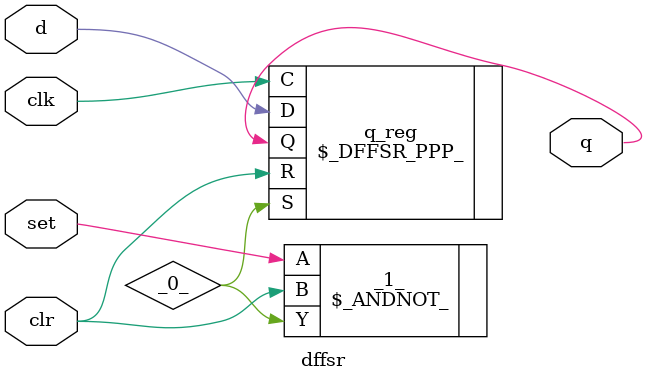
<source format=v>
/* Generated by Yosys 0.56+171 (git sha1 6fdcdd41d, g++ 11.4.0-1ubuntu1~22.04.2 -Og -fPIC) */

(* top =  1  *)
(* src = "dut.sv:1.1-9.10" *)
module dffsr(clk, d, clr, set, q);
  (* src = "dut.sv:1.21-1.24" *)
  input clk;
  wire clk;
  (* src = "dut.sv:1.26-1.27" *)
  input d;
  wire d;
  (* src = "dut.sv:1.29-1.32" *)
  input clr;
  wire clr;
  (* src = "dut.sv:1.34-1.37" *)
  input set;
  wire set;
  (* src = "dut.sv:1.50-1.51" *)
  output q;
  wire q;
  wire _0_;
  \$_ANDNOT_  _1_ (
    .A(set),
    .B(clr),
    .Y(_0_)
  );
  (* src = "dut.sv:2.2-8.11" *)
  \$_DFFSR_PPP_  q_reg /* _2_ */ (
    .C(clk),
    .D(d),
    .Q(q),
    .R(clr),
    .S(_0_)
  );
endmodule

</source>
